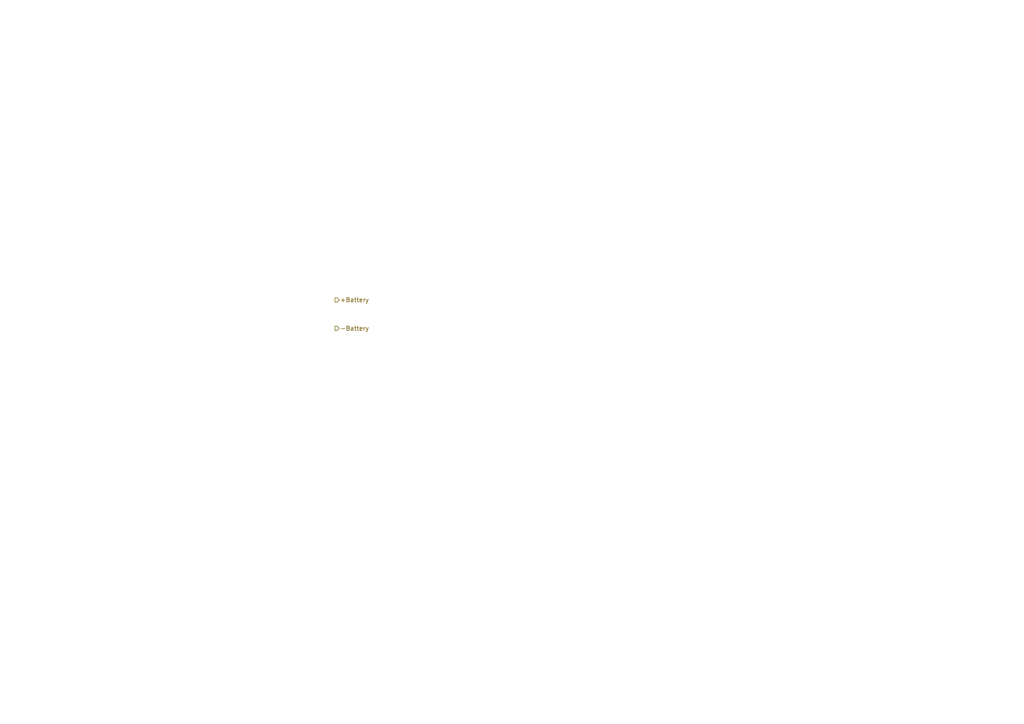
<source format=kicad_sch>
(kicad_sch (version 20211123) (generator eeschema)
  (paper "A4")
  (title_block (title "Multirotor ESC Board") (date "2022-09-12") (rev "v0.0.1") (company "Thomas Francois & Missouri S&T Multirotor Design Team") (comment 1 "Demonstration of example ESC board") (comment 2 "Based upon Phil's Lab Video Demonstration") (comment 3 "ESC Hardware Design (1/2) - Phil's Lab #66") (comment 4 "https://www.youtube.com/watch?v=dJjxcjJOlN0"))
  (lib_symbols)
  (hierarchical_label "+Battery" (shape output) (at 97.155 86.995 0))
  (hierarchical_label "-Battery" (shape output) (at 97.155 95.25 0))
)
</source>
